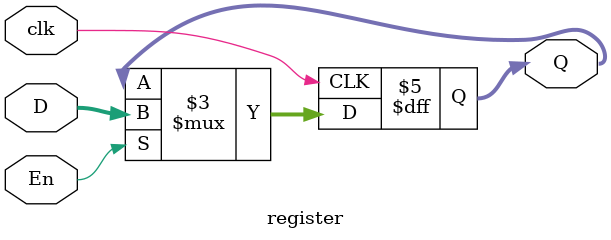
<source format=v>
module register(D, En, clk, Q);
	input [15:0] D;
	input En, clk;
	output reg [15:0] Q;
	
	always@(posedge clk)
			if(En)
				Q <= D;
			else 
				Q <= Q;
				
endmodule 
</source>
